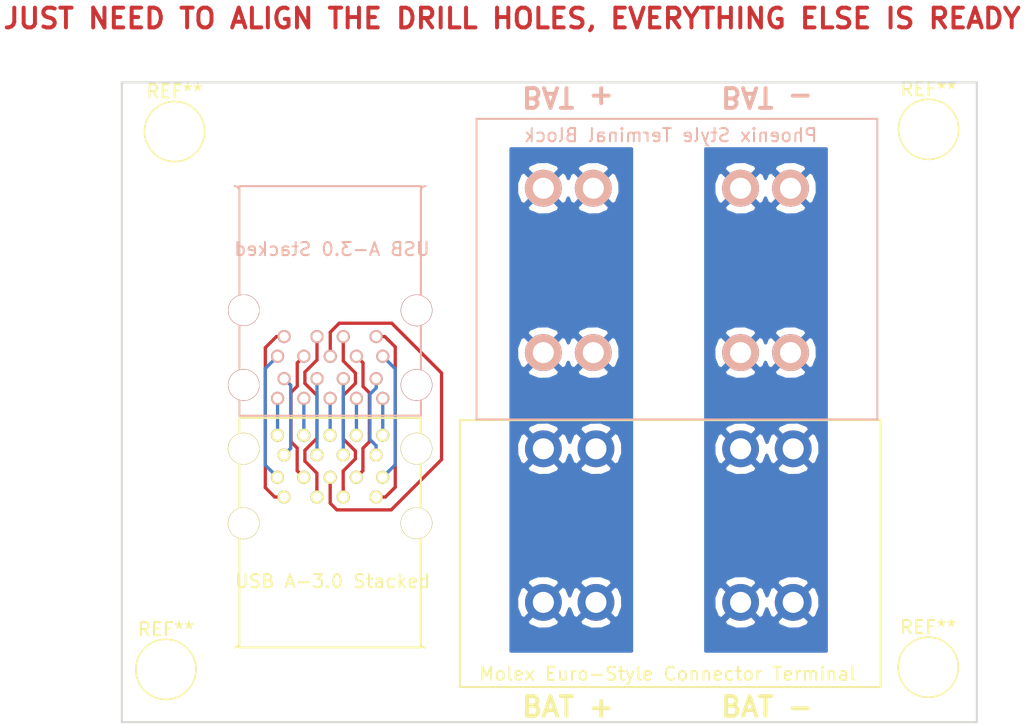
<source format=kicad_pcb>
(kicad_pcb (version 4) (host pcbnew 4.0.7)

  (general
    (links 32)
    (no_connects 0)
    (area 112.911339 97.5643 178.110741 146.86152)
    (thickness 1.6)
    (drawings 10)
    (tracks 86)
    (zones 0)
    (modules 8)
    (nets 21)
  )

  (page A4)
  (layers
    (0 F.Cu signal)
    (31 B.Cu signal)
    (32 B.Adhes user)
    (33 F.Adhes user)
    (34 B.Paste user)
    (35 F.Paste user)
    (36 B.SilkS user)
    (37 F.SilkS user)
    (38 B.Mask user)
    (39 F.Mask user)
    (40 Dwgs.User user)
    (41 Cmts.User user)
    (42 Eco1.User user)
    (43 Eco2.User user)
    (44 Edge.Cuts user)
    (45 Margin user)
    (46 B.CrtYd user)
    (47 F.CrtYd user)
    (48 B.Fab user)
    (49 F.Fab user)
  )

  (setup
    (last_trace_width 0.25)
    (trace_clearance 0.2)
    (zone_clearance 0.508)
    (zone_45_only no)
    (trace_min 0.2)
    (segment_width 0.2)
    (edge_width 0.15)
    (via_size 0.6)
    (via_drill 0.4)
    (via_min_size 0.4)
    (via_min_drill 0.3)
    (uvia_size 0.3)
    (uvia_drill 0.1)
    (uvias_allowed no)
    (uvia_min_size 0.2)
    (uvia_min_drill 0.1)
    (pcb_text_width 0.3)
    (pcb_text_size 1.5 1.5)
    (mod_edge_width 0.15)
    (mod_text_size 1 1)
    (mod_text_width 0.15)
    (pad_size 3.2 3.2)
    (pad_drill 3.2)
    (pad_to_mask_clearance 0.2)
    (aux_axis_origin 0 0)
    (grid_origin 135.40184 115.3668)
    (visible_elements 7FFFFFFF)
    (pcbplotparams
      (layerselection 0x00030_80000001)
      (usegerberextensions false)
      (excludeedgelayer true)
      (linewidth 0.100000)
      (plotframeref false)
      (viasonmask false)
      (mode 1)
      (useauxorigin false)
      (hpglpennumber 1)
      (hpglpenspeed 20)
      (hpglpendiameter 15)
      (hpglpenoverlay 2)
      (psnegative false)
      (psa4output false)
      (plotreference true)
      (plotvalue true)
      (plotinvisibletext false)
      (padsonsilk false)
      (subtractmaskfromsilk false)
      (outputformat 1)
      (mirror false)
      (drillshape 1)
      (scaleselection 1)
      (outputdirectory ""))
  )

  (net 0 "")
  (net 1 "Net-(J1-Pad4)")
  (net 2 "Net-(J1-Pad1)")
  (net 3 "Net-(J1-Pad2)")
  (net 4 "Net-(J1-Pad3)")
  (net 5 "Net-(J1-Pad5)")
  (net 6 "Net-(J1-Pad6)")
  (net 7 "Net-(J1-Pad7)")
  (net 8 "Net-(J1-Pad8)")
  (net 9 "Net-(J1-Pad9)")
  (net 10 "Net-(J1-Pad10)")
  (net 11 "Net-(J1-Pad11)")
  (net 12 "Net-(J1-Pad12)")
  (net 13 "Net-(J1-Pad13)")
  (net 14 "Net-(J1-Pad14)")
  (net 15 "Net-(J1-Pad15)")
  (net 16 "Net-(J1-Pad16)")
  (net 17 "Net-(J1-Pad17)")
  (net 18 "Net-(J1-Pad18)")
  (net 19 "Net-(U1-Pad1)")
  (net 20 "Net-(U1-Pad2)")

  (net_class Default "This is the default net class."
    (clearance 0.2)
    (trace_width 0.25)
    (via_dia 0.6)
    (via_drill 0.4)
    (uvia_dia 0.3)
    (uvia_drill 0.1)
    (add_net "Net-(J1-Pad1)")
    (add_net "Net-(J1-Pad10)")
    (add_net "Net-(J1-Pad11)")
    (add_net "Net-(J1-Pad12)")
    (add_net "Net-(J1-Pad13)")
    (add_net "Net-(J1-Pad14)")
    (add_net "Net-(J1-Pad15)")
    (add_net "Net-(J1-Pad16)")
    (add_net "Net-(J1-Pad17)")
    (add_net "Net-(J1-Pad18)")
    (add_net "Net-(J1-Pad2)")
    (add_net "Net-(J1-Pad3)")
    (add_net "Net-(J1-Pad4)")
    (add_net "Net-(J1-Pad5)")
    (add_net "Net-(J1-Pad6)")
    (add_net "Net-(J1-Pad7)")
    (add_net "Net-(J1-Pad8)")
    (add_net "Net-(J1-Pad9)")
    (add_net "Net-(U1-Pad1)")
    (add_net "Net-(U1-Pad2)")
  )

  (module Connectors:1pin (layer F.Cu) (tedit 5AB6B459) (tstamp 5AB6B399)
    (at 116.99954 101.7524)
    (descr "module 1 pin (ou trou mecanique de percage)")
    (tags DEV)
    (fp_text reference REF** (at 0 -3.048) (layer F.SilkS)
      (effects (font (size 1 1) (thickness 0.15)))
    )
    (fp_text value 1pin (at 0 3) (layer F.Fab)
      (effects (font (size 1 1) (thickness 0.15)))
    )
    (fp_circle (center 0 0) (end 2 0.8) (layer F.Fab) (width 0.1))
    (fp_circle (center 0 0) (end 2.6 0) (layer F.CrtYd) (width 0.05))
    (fp_circle (center 0 0) (end 0 -2.286) (layer F.SilkS) (width 0.12))
    (pad "" np_thru_hole circle (at 0 0) (size 3.2 3.2) (drill 3.2) (layers *.Cu *.Mask))
  )

  (module Connectors:1pin (layer F.Cu) (tedit 5AB6A97C) (tstamp 5AB6B392)
    (at 116.33914 142.6591)
    (descr "module 1 pin (ou trou mecanique de percage)")
    (tags DEV)
    (fp_text reference REF** (at 0 -3.048) (layer F.SilkS)
      (effects (font (size 1 1) (thickness 0.15)))
    )
    (fp_text value 1pin (at 0 3) (layer F.Fab)
      (effects (font (size 1 1) (thickness 0.15)))
    )
    (fp_circle (center 0 0) (end 2 0.8) (layer F.Fab) (width 0.1))
    (fp_circle (center 0 0) (end 2.6 0) (layer F.CrtYd) (width 0.05))
    (fp_circle (center 0 0) (end 0 -2.286) (layer F.SilkS) (width 0.12))
    (pad "" np_thru_hole circle (at 0 0) (size 3.2 3.2) (drill 3.2) (layers *.Cu *.Mask))
  )

  (module Connectors:1pin (layer F.Cu) (tedit 5AB6A97C) (tstamp 5AB6B382)
    (at 174.31464 142.494)
    (descr "module 1 pin (ou trou mecanique de percage)")
    (tags DEV)
    (fp_text reference REF** (at 0 -3.048) (layer F.SilkS)
      (effects (font (size 1 1) (thickness 0.15)))
    )
    (fp_text value 1pin (at 0 3) (layer F.Fab)
      (effects (font (size 1 1) (thickness 0.15)))
    )
    (fp_circle (center 0 0) (end 2 0.8) (layer F.Fab) (width 0.1))
    (fp_circle (center 0 0) (end 2.6 0) (layer F.CrtYd) (width 0.05))
    (fp_circle (center 0 0) (end 0 -2.286) (layer F.SilkS) (width 0.12))
    (pad "" np_thru_hole circle (at 0 0) (size 3.2 3.2) (drill 3.2) (layers *.Cu *.Mask))
  )

  (module USST-footprints:USB-A_3.0_Stacked_WM10420-ND (layer F.Cu) (tedit 5AB6A1D7) (tstamp 5AB2F969)
    (at 128.25428 127.0508 90)
    (path /5AB2F73F)
    (fp_text reference "USB A-3.0 Stacked" (at -8.90524 0.762 180) (layer F.SilkS)
      (effects (font (size 1 1) (thickness 0.15)))
    )
    (fp_text value Conn_02x09_Odd_Even (at -15.06 -0.5 180) (layer F.Fab)
      (effects (font (size 1 1) (thickness 0.15)))
    )
    (fp_arc (start -13.59 -6.68) (end -13.6 -6.33) (angle 90) (layer F.SilkS) (width 0.15))
    (fp_arc (start -13.6 7.81) (end -13.94 7.82) (angle 90) (layer F.SilkS) (width 0.15))
    (fp_line (start 3.51 7.47) (end 3.52 -6.33) (layer F.SilkS) (width 0.15))
    (fp_line (start 3.52 -6.33) (end -13.94 -6.33) (layer F.SilkS) (width 0.15))
    (fp_line (start -13.94 -6.33) (end -13.94 7.47) (layer F.SilkS) (width 0.15))
    (fp_line (start -13.94 7.47) (end 3.52 7.47) (layer F.SilkS) (width 0.15))
    (pad "" thru_hole circle (at -4.5 -6 90) (size 2.4 2.4) (drill 2.3) (layers *.Cu *.Mask F.SilkS))
    (pad "" thru_hole circle (at 1.18 -6 90) (size 2.4 2.4) (drill 2.3) (layers *.Cu *.Mask F.SilkS))
    (pad "" thru_hole circle (at 1.18 7.14 90) (size 2.4 2.4) (drill 2.3) (layers *.Cu *.Mask F.SilkS))
    (pad "" thru_hole circle (at -4.49 7.14 90) (size 2.4 2.4) (drill 2.3) (layers *.Cu *.Mask F.SilkS))
    (pad 4 thru_hole circle (at -2.5 4.07 90) (size 1 1) (drill 0.7) (layers *.Cu *.Mask F.SilkS)
      (net 1 "Net-(J1-Pad4)"))
    (pad 1 thru_hole circle (at -2.5 -2.93 90) (size 1 1) (drill 0.7) (layers *.Cu *.Mask F.SilkS)
      (net 2 "Net-(J1-Pad1)"))
    (pad 2 thru_hole circle (at -2.5 -0.43 90) (size 1 1) (drill 0.7) (layers *.Cu *.Mask F.SilkS)
      (net 3 "Net-(J1-Pad2)"))
    (pad 3 thru_hole circle (at -2.5 1.57 90) (size 1 1) (drill 0.7) (layers *.Cu *.Mask F.SilkS)
      (net 4 "Net-(J1-Pad3)"))
    (pad 5 thru_hole circle (at -1 4.57 90) (size 1 1) (drill 0.7) (layers *.Cu *.Mask F.SilkS)
      (net 5 "Net-(J1-Pad5)"))
    (pad 6 thru_hole circle (at -1 2.57 90) (size 1 1) (drill 0.7) (layers *.Cu *.Mask F.SilkS)
      (net 6 "Net-(J1-Pad6)"))
    (pad 7 thru_hole circle (at -1 0.58 90) (size 1 1) (drill 0.7) (layers *.Cu *.Mask F.SilkS)
      (net 7 "Net-(J1-Pad7)"))
    (pad 8 thru_hole circle (at -1 -1.43 90) (size 1 1) (drill 0.7) (layers *.Cu *.Mask F.SilkS)
      (net 8 "Net-(J1-Pad8)"))
    (pad 9 thru_hole circle (at -1 -3.43 90) (size 1 1) (drill 0.7) (layers *.Cu *.Mask F.SilkS)
      (net 9 "Net-(J1-Pad9)"))
    (pad 10 thru_hole circle (at 0.7 -2.93 90) (size 1 1) (drill 0.7) (layers *.Cu *.Mask F.SilkS)
      (net 10 "Net-(J1-Pad10)"))
    (pad 11 thru_hole circle (at 0.7 -0.43 90) (size 1 1) (drill 0.7) (layers *.Cu *.Mask F.SilkS)
      (net 11 "Net-(J1-Pad11)"))
    (pad 12 thru_hole circle (at 0.7 1.57 90) (size 1 1) (drill 0.7) (layers *.Cu *.Mask F.SilkS)
      (net 12 "Net-(J1-Pad12)"))
    (pad 13 thru_hole circle (at 0.7 4.07 90) (size 1 1) (drill 0.7) (layers *.Cu *.Mask F.SilkS)
      (net 13 "Net-(J1-Pad13)"))
    (pad 14 thru_hole circle (at 2.2 4.57 90) (size 1 1) (drill 0.7) (layers *.Cu *.Mask F.SilkS)
      (net 14 "Net-(J1-Pad14)"))
    (pad 15 thru_hole circle (at 2.2 2.57 90) (size 1 1) (drill 0.7) (layers *.Cu *.Mask F.SilkS)
      (net 15 "Net-(J1-Pad15)"))
    (pad 16 thru_hole circle (at 2.2 0.57 90) (size 1 1) (drill 0.7) (layers *.Cu *.Mask F.SilkS)
      (net 16 "Net-(J1-Pad16)"))
    (pad 17 thru_hole circle (at 2.2 -1.43 90) (size 1 1) (drill 0.7) (layers *.Cu *.Mask F.SilkS)
      (net 17 "Net-(J1-Pad17)"))
    (pad 18 thru_hole circle (at 2.2 -3.43 90) (size 1 1) (drill 0.7) (layers *.Cu *.Mask F.SilkS)
      (net 18 "Net-(J1-Pad18)"))
  )

  (module USST-footprints:USB-A_3.0_Stacked_WM10420-ND (layer B.Cu) (tedit 5AB6A204) (tstamp 5AB2F983)
    (at 128.26136 119.847 270)
    (path /5AB2F797)
    (fp_text reference "USB A-3.0 Stacked" (at -9.14872 -0.7092 360) (layer B.SilkS)
      (effects (font (size 1 1) (thickness 0.15)) (justify mirror))
    )
    (fp_text value Conn_02x09_Odd_Even (at -15.06 0.5 540) (layer B.Fab)
      (effects (font (size 1 1) (thickness 0.15)) (justify mirror))
    )
    (fp_arc (start -13.59 6.68) (end -13.6 6.33) (angle -90) (layer B.SilkS) (width 0.15))
    (fp_arc (start -13.6 -7.81) (end -13.94 -7.82) (angle -90) (layer B.SilkS) (width 0.15))
    (fp_line (start 3.51 -7.47) (end 3.52 6.33) (layer B.SilkS) (width 0.15))
    (fp_line (start 3.52 6.33) (end -13.94 6.33) (layer B.SilkS) (width 0.15))
    (fp_line (start -13.94 6.33) (end -13.94 -7.47) (layer B.SilkS) (width 0.15))
    (fp_line (start -13.94 -7.47) (end 3.52 -7.47) (layer B.SilkS) (width 0.15))
    (pad "" thru_hole circle (at -4.5 6 270) (size 2.4 2.4) (drill 2.3) (layers *.Cu *.Mask B.SilkS))
    (pad "" thru_hole circle (at 1.18 6 270) (size 2.4 2.4) (drill 2.3) (layers *.Cu *.Mask B.SilkS))
    (pad "" thru_hole circle (at 1.18 -7.14 270) (size 2.4 2.4) (drill 2.3) (layers *.Cu *.Mask B.SilkS))
    (pad "" thru_hole circle (at -4.49 -7.14 270) (size 2.4 2.4) (drill 2.3) (layers *.Cu *.Mask B.SilkS))
    (pad 4 thru_hole circle (at -2.5 -4.07 270) (size 1 1) (drill 0.7) (layers *.Cu *.Mask B.SilkS)
      (net 1 "Net-(J1-Pad4)"))
    (pad 1 thru_hole circle (at -2.5 2.93 270) (size 1 1) (drill 0.7) (layers *.Cu *.Mask B.SilkS)
      (net 2 "Net-(J1-Pad1)"))
    (pad 2 thru_hole circle (at -2.5 0.43 270) (size 1 1) (drill 0.7) (layers *.Cu *.Mask B.SilkS)
      (net 3 "Net-(J1-Pad2)"))
    (pad 3 thru_hole circle (at -2.5 -1.57 270) (size 1 1) (drill 0.7) (layers *.Cu *.Mask B.SilkS)
      (net 4 "Net-(J1-Pad3)"))
    (pad 5 thru_hole circle (at -1 -4.57 270) (size 1 1) (drill 0.7) (layers *.Cu *.Mask B.SilkS)
      (net 5 "Net-(J1-Pad5)"))
    (pad 6 thru_hole circle (at -1 -2.57 270) (size 1 1) (drill 0.7) (layers *.Cu *.Mask B.SilkS)
      (net 6 "Net-(J1-Pad6)"))
    (pad 7 thru_hole circle (at -1 -0.58 270) (size 1 1) (drill 0.7) (layers *.Cu *.Mask B.SilkS)
      (net 7 "Net-(J1-Pad7)"))
    (pad 8 thru_hole circle (at -1 1.43 270) (size 1 1) (drill 0.7) (layers *.Cu *.Mask B.SilkS)
      (net 8 "Net-(J1-Pad8)"))
    (pad 9 thru_hole circle (at -1 3.43 270) (size 1 1) (drill 0.7) (layers *.Cu *.Mask B.SilkS)
      (net 9 "Net-(J1-Pad9)"))
    (pad 10 thru_hole circle (at 0.7 2.93 270) (size 1 1) (drill 0.7) (layers *.Cu *.Mask B.SilkS)
      (net 10 "Net-(J1-Pad10)"))
    (pad 11 thru_hole circle (at 0.7 0.43 270) (size 1 1) (drill 0.7) (layers *.Cu *.Mask B.SilkS)
      (net 11 "Net-(J1-Pad11)"))
    (pad 12 thru_hole circle (at 0.7 -1.57 270) (size 1 1) (drill 0.7) (layers *.Cu *.Mask B.SilkS)
      (net 12 "Net-(J1-Pad12)"))
    (pad 13 thru_hole circle (at 0.7 -4.07 270) (size 1 1) (drill 0.7) (layers *.Cu *.Mask B.SilkS)
      (net 13 "Net-(J1-Pad13)"))
    (pad 14 thru_hole circle (at 2.2 -4.57 270) (size 1 1) (drill 0.7) (layers *.Cu *.Mask B.SilkS)
      (net 14 "Net-(J1-Pad14)"))
    (pad 15 thru_hole circle (at 2.2 -2.57 270) (size 1 1) (drill 0.7) (layers *.Cu *.Mask B.SilkS)
      (net 15 "Net-(J1-Pad15)"))
    (pad 16 thru_hole circle (at 2.2 -0.57 270) (size 1 1) (drill 0.7) (layers *.Cu *.Mask B.SilkS)
      (net 16 "Net-(J1-Pad16)"))
    (pad 17 thru_hole circle (at 2.2 1.43 270) (size 1 1) (drill 0.7) (layers *.Cu *.Mask B.SilkS)
      (net 17 "Net-(J1-Pad17)"))
    (pad 18 thru_hole circle (at 2.2 3.43 270) (size 1 1) (drill 0.7) (layers *.Cu *.Mask B.SilkS)
      (net 18 "Net-(J1-Pad18)"))
  )

  (module USST-footprints:MolexEuroStyleTerminalBlock2Position (layer F.Cu) (tedit 5AB6A23D) (tstamp 5AB2FEE0)
    (at 154.6972 144.0024)
    (path /5AB2F96E)
    (fp_text reference "Molex Euro-Style Connector Terminal" (at -0.18948 -1.00548) (layer F.SilkS)
      (effects (font (size 1 1) (thickness 0.15)))
    )
    (fp_text value PowerConnector (at -0.30124 -11.67856) (layer F.Fab)
      (effects (font (size 1 1) (thickness 0.15)))
    )
    (fp_line (start 16 0) (end 16 -20.3) (layer F.SilkS) (width 0.15))
    (fp_line (start 16 -20.3) (end -16 -20.3) (layer F.SilkS) (width 0.15))
    (fp_line (start -16 0) (end -16 -20.3) (layer F.SilkS) (width 0.15))
    (fp_line (start 16 0) (end -16 0) (layer F.SilkS) (width 0.15))
    (pad 1 thru_hole circle (at -9.65 -6.44) (size 2.8 2.8) (drill 1.6) (layers *.Cu *.Mask)
      (net 19 "Net-(U1-Pad1)"))
    (pad 1 thru_hole circle (at -5.65 -6.44) (size 2.8 2.8) (drill 1.6) (layers *.Cu *.Mask)
      (net 19 "Net-(U1-Pad1)"))
    (pad 1 thru_hole circle (at -9.65 -18.12) (size 2.8 2.8) (drill 1.6) (layers *.Cu *.Mask)
      (net 19 "Net-(U1-Pad1)"))
    (pad 1 thru_hole circle (at -5.65 -18.12) (size 2.8 2.8) (drill 1.6) (layers *.Cu *.Mask)
      (net 19 "Net-(U1-Pad1)"))
    (pad 2 thru_hole circle (at 5.35 -18.12) (size 2.8 2.8) (drill 1.6) (layers *.Cu *.Mask)
      (net 20 "Net-(U1-Pad2)"))
    (pad 2 thru_hole circle (at 9.35 -18.12) (size 2.8 2.8) (drill 1.6) (layers *.Cu *.Mask)
      (net 20 "Net-(U1-Pad2)"))
    (pad 2 thru_hole circle (at 5.35 -6.44) (size 2.8 2.8) (drill 1.6) (layers *.Cu *.Mask)
      (net 20 "Net-(U1-Pad2)"))
    (pad 2 thru_hole circle (at 9.35 -6.44) (size 2.8 2.8) (drill 1.6) (layers *.Cu *.Mask)
      (net 20 "Net-(U1-Pad2)"))
  )

  (module USST-footprints:Phoenix_Contact_1770539 (layer B.Cu) (tedit 5AB6A242) (tstamp 5AB2FEEC)
    (at 145.044 118.5672)
    (path /5AB2F9A3)
    (fp_text reference "Phoenix Style Terminal Block" (at 9.68724 -16.53032) (layer B.SilkS)
      (effects (font (size 1 1) (thickness 0.15)) (justify mirror))
    )
    (fp_text value PowerConnector (at 9.46372 -6.36016) (layer B.Fab)
      (effects (font (size 1 1) (thickness 0.15)) (justify mirror))
    )
    (fp_line (start -5.08 5.08) (end -3.81 5.08) (layer B.SilkS) (width 0.15))
    (fp_line (start -5.08 -17.78) (end -5.08 5.08) (layer B.SilkS) (width 0.15))
    (fp_line (start 25.4 -17.78) (end -5.08 -17.78) (layer B.SilkS) (width 0.15))
    (fp_line (start 25.4 5.08) (end 25.4 -17.78) (layer B.SilkS) (width 0.15))
    (fp_line (start -3.81 5.08) (end 25.4 5.08) (layer B.SilkS) (width 0.15))
    (pad 1 thru_hole circle (at 0 0) (size 2.8 2.8) (drill 1.6) (layers *.Cu *.Mask B.SilkS)
      (net 19 "Net-(U1-Pad1)"))
    (pad 1 thru_hole circle (at 3.8 0) (size 2.8 2.8) (drill 1.6) (layers *.Cu *.Mask B.SilkS)
      (net 19 "Net-(U1-Pad1)"))
    (pad 1 thru_hole circle (at 0 -12.5) (size 2.8 2.8) (drill 1.6) (layers *.Cu *.Mask B.SilkS)
      (net 19 "Net-(U1-Pad1)"))
    (pad 1 thru_hole circle (at 3.8 -12.5) (size 2.8 2.8) (drill 1.6) (layers *.Cu *.Mask B.SilkS)
      (net 19 "Net-(U1-Pad1)"))
    (pad 2 thru_hole circle (at 15 0) (size 2.8 2.8) (drill 1.6) (layers *.Cu *.Mask B.SilkS)
      (net 20 "Net-(U1-Pad2)"))
    (pad 2 thru_hole circle (at 18.8 0) (size 2.8 2.8) (drill 1.6) (layers *.Cu *.Mask B.SilkS)
      (net 20 "Net-(U1-Pad2)"))
    (pad 2 thru_hole circle (at 15 -12.5) (size 2.8 2.8) (drill 1.6) (layers *.Cu *.Mask B.SilkS)
      (net 20 "Net-(U1-Pad2)"))
    (pad 2 thru_hole circle (at 18.8 -12.5) (size 2.8 2.8) (drill 1.6) (layers *.Cu *.Mask B.SilkS)
      (net 20 "Net-(U1-Pad2)"))
  )

  (module Connectors:1pin (layer F.Cu) (tedit 5AB6A97C) (tstamp 5AB6B341)
    (at 174.34004 101.5873)
    (descr "module 1 pin (ou trou mecanique de percage)")
    (tags DEV)
    (fp_text reference REF** (at 0 -3.048) (layer F.SilkS)
      (effects (font (size 1 1) (thickness 0.15)))
    )
    (fp_text value 1pin (at 0 3) (layer F.Fab)
      (effects (font (size 1 1) (thickness 0.15)))
    )
    (fp_circle (center 0 0) (end 2 0.8) (layer F.Fab) (width 0.1))
    (fp_circle (center 0 0) (end 2.6 0) (layer F.CrtYd) (width 0.05))
    (fp_circle (center 0 0) (end 0 -2.286) (layer F.SilkS) (width 0.12))
    (pad "" np_thru_hole circle (at 0 0) (size 3.2 3.2) (drill 3.2) (layers *.Cu *.Mask))
  )

  (gr_text "JUST NEED TO ALIGN THE DRILL HOLES, EVERYTHING ELSE IS READY" (at 142.66624 93.1545) (layer F.Cu)
    (effects (font (size 1.5 1.5) (thickness 0.3)))
  )
  (gr_line (start 112.98634 98.0186) (end 112.97364 98.0186) (angle 90) (layer Edge.Cuts) (width 0.15))
  (gr_line (start 112.98634 146.6723) (end 112.98634 98.0186) (angle 90) (layer Edge.Cuts) (width 0.15))
  (gr_line (start 178.01034 146.6723) (end 112.98634 146.6723) (angle 90) (layer Edge.Cuts) (width 0.15))
  (gr_line (start 178.01034 98.0186) (end 178.01034 146.6723) (angle 90) (layer Edge.Cuts) (width 0.15))
  (gr_line (start 112.98634 98.0186) (end 178.03574 98.0186) (angle 90) (layer Edge.Cuts) (width 0.15))
  (gr_text "BAT -" (at 162.05152 99.13112 180) (layer B.SilkS)
    (effects (font (size 1.5 1.5) (thickness 0.3)) (justify mirror))
  )
  (gr_text "BAT -" (at 162.05152 145.51152) (layer F.SilkS)
    (effects (font (size 1.5 1.5) (thickness 0.3)))
  )
  (gr_text "BAT +" (at 146.90804 99.13112 180) (layer B.SilkS)
    (effects (font (size 1.5 1.5) (thickness 0.3)) (justify mirror))
  )
  (gr_text "BAT +" (at 146.90804 145.51152) (layer F.SilkS)
    (effects (font (size 1.5 1.5) (thickness 0.3)))
  )

  (segment (start 132.33136 117.347) (end 132.992851 117.347) (width 0.25) (layer F.Cu) (net 1))
  (segment (start 132.992851 117.347) (end 133.78357 118.137719) (width 0.25) (layer F.Cu) (net 1))
  (segment (start 133.78357 118.137719) (end 133.78357 128.798616) (width 0.25) (layer F.Cu) (net 1))
  (segment (start 133.78357 128.798616) (end 133.031386 129.5508) (width 0.25) (layer F.Cu) (net 1))
  (segment (start 133.031386 129.5508) (end 132.32428 129.5508) (width 0.25) (layer F.Cu) (net 1))
  (segment (start 125.33136 117.347) (end 124.745802 117.347) (width 0.25) (layer F.Cu) (net 2))
  (segment (start 124.745802 117.347) (end 123.901795 118.191007) (width 0.25) (layer F.Cu) (net 2))
  (segment (start 123.901795 118.191007) (end 123.901795 128.835421) (width 0.25) (layer F.Cu) (net 2))
  (segment (start 123.901795 128.835421) (end 124.617174 129.5508) (width 0.25) (layer F.Cu) (net 2))
  (segment (start 124.617174 129.5508) (end 125.32428 129.5508) (width 0.25) (layer F.Cu) (net 2))
  (segment (start 127.83136 117.347) (end 127.83136 119.12829) (width 0.25) (layer F.Cu) (net 3))
  (segment (start 127.83136 119.12829) (end 126.910631 120.049019) (width 0.25) (layer F.Cu) (net 3))
  (segment (start 126.910631 120.049019) (end 126.910631 120.905269) (width 0.25) (layer F.Cu) (net 3))
  (segment (start 126.910631 120.905269) (end 127.828027 121.822665) (width 0.25) (layer F.Cu) (net 3))
  (segment (start 127.828027 121.822665) (end 127.828027 125.080919) (width 0.25) (layer F.Cu) (net 3))
  (segment (start 127.828027 125.080919) (end 126.911103 125.997843) (width 0.25) (layer F.Cu) (net 3))
  (segment (start 126.911103 126.82043) (end 127.82428 127.733607) (width 0.25) (layer F.Cu) (net 3))
  (segment (start 126.911103 125.997843) (end 126.911103 126.82043) (width 0.25) (layer F.Cu) (net 3))
  (segment (start 127.82428 127.733607) (end 127.82428 128.843694) (width 0.25) (layer F.Cu) (net 3))
  (segment (start 127.82428 128.843694) (end 127.82428 129.5508) (width 0.25) (layer F.Cu) (net 3))
  (segment (start 130.754486 120.125821) (end 130.754486 120.902872) (width 0.25) (layer F.Cu) (net 4))
  (segment (start 129.83136 117.347) (end 129.83136 119.202695) (width 0.25) (layer F.Cu) (net 4))
  (segment (start 130.754486 120.902872) (end 129.835282 121.822076) (width 0.25) (layer F.Cu) (net 4))
  (segment (start 129.83136 119.202695) (end 130.754486 120.125821) (width 0.25) (layer F.Cu) (net 4))
  (segment (start 129.835282 121.822076) (end 129.835282 125.1408) (width 0.25) (layer F.Cu) (net 4))
  (segment (start 129.82428 127.571802) (end 129.82428 128.843694) (width 0.25) (layer F.Cu) (net 4))
  (segment (start 129.835282 125.1408) (end 130.752801 126.058319) (width 0.25) (layer F.Cu) (net 4))
  (segment (start 130.752801 126.058319) (end 130.752801 126.643281) (width 0.25) (layer F.Cu) (net 4))
  (segment (start 130.752801 126.643281) (end 129.82428 127.571802) (width 0.25) (layer F.Cu) (net 4))
  (segment (start 129.82428 128.843694) (end 129.82428 129.5508) (width 0.25) (layer F.Cu) (net 4))
  (segment (start 132.83136 118.847) (end 133.776648 119.792288) (width 0.25) (layer B.Cu) (net 5))
  (segment (start 133.776648 119.792288) (end 133.776648 127.098432) (width 0.25) (layer B.Cu) (net 5))
  (segment (start 133.776648 127.098432) (end 133.324279 127.550801) (width 0.25) (layer B.Cu) (net 5))
  (segment (start 133.324279 127.550801) (end 132.82428 128.0508) (width 0.25) (layer B.Cu) (net 5))
  (segment (start 130.83136 118.847) (end 131.331359 119.346999) (width 0.25) (layer F.Cu) (net 6))
  (segment (start 131.331359 119.346999) (end 131.331359 121.138585) (width 0.25) (layer F.Cu) (net 6))
  (segment (start 131.331359 121.138585) (end 131.815493 121.622719) (width 0.25) (layer F.Cu) (net 6))
  (segment (start 131.815493 121.622719) (end 131.815493 125.348668) (width 0.25) (layer F.Cu) (net 6))
  (segment (start 131.815493 125.348668) (end 131.324279 125.839882) (width 0.25) (layer F.Cu) (net 6))
  (segment (start 131.324279 125.839882) (end 131.324279 127.547303) (width 0.25) (layer F.Cu) (net 6))
  (segment (start 131.324279 127.547303) (end 130.82428 128.047302) (width 0.25) (layer F.Cu) (net 6))
  (segment (start 130.82428 128.047302) (end 130.82428 128.0508) (width 0.25) (layer F.Cu) (net 6))
  (segment (start 128.84136 118.847) (end 128.84136 117.013591) (width 0.25) (layer F.Cu) (net 7))
  (segment (start 128.84136 117.013591) (end 129.522086 116.332865) (width 0.25) (layer F.Cu) (net 7))
  (segment (start 129.522086 116.332865) (end 133.516488 116.332865) (width 0.25) (layer F.Cu) (net 7))
  (segment (start 133.516488 116.332865) (end 137.303568 120.119945) (width 0.25) (layer F.Cu) (net 7))
  (segment (start 137.303568 120.119945) (end 137.303568 126.698961) (width 0.25) (layer F.Cu) (net 7))
  (segment (start 137.303568 126.698961) (end 133.475024 130.527505) (width 0.25) (layer F.Cu) (net 7))
  (segment (start 129.342407 130.527505) (end 128.83428 130.019378) (width 0.25) (layer F.Cu) (net 7))
  (segment (start 133.475024 130.527505) (end 129.342407 130.527505) (width 0.25) (layer F.Cu) (net 7))
  (segment (start 128.83428 130.019378) (end 128.83428 128.757906) (width 0.25) (layer F.Cu) (net 7))
  (segment (start 128.83428 128.757906) (end 128.83428 128.0508) (width 0.25) (layer F.Cu) (net 7))
  (segment (start 126.83136 118.847) (end 126.331361 119.346999) (width 0.25) (layer F.Cu) (net 8))
  (segment (start 126.331361 119.346999) (end 126.331361 121.117394) (width 0.25) (layer F.Cu) (net 8))
  (segment (start 126.331361 121.117394) (end 125.857303 121.591452) (width 0.25) (layer F.Cu) (net 8))
  (segment (start 125.857303 121.591452) (end 125.857303 125.354986) (width 0.25) (layer F.Cu) (net 8))
  (segment (start 125.857303 125.354986) (end 126.324281 125.821964) (width 0.25) (layer F.Cu) (net 8))
  (segment (start 126.324281 125.821964) (end 126.324281 127.550801) (width 0.25) (layer F.Cu) (net 8))
  (segment (start 126.324281 127.550801) (end 126.82428 128.0508) (width 0.25) (layer F.Cu) (net 8))
  (segment (start 124.83136 118.847) (end 123.894872 119.783488) (width 0.25) (layer B.Cu) (net 9))
  (segment (start 123.894872 119.783488) (end 123.894872 127.121392) (width 0.25) (layer B.Cu) (net 9))
  (segment (start 123.894872 127.121392) (end 124.324281 127.550801) (width 0.25) (layer B.Cu) (net 9))
  (segment (start 124.324281 127.550801) (end 124.82428 128.0508) (width 0.25) (layer B.Cu) (net 9))
  (segment (start 125.33136 120.547) (end 125.831359 121.046999) (width 0.25) (layer B.Cu) (net 10))
  (segment (start 125.831359 121.046999) (end 125.831359 125.843721) (width 0.25) (layer B.Cu) (net 10))
  (segment (start 125.831359 125.843721) (end 125.824279 125.850801) (width 0.25) (layer B.Cu) (net 10))
  (segment (start 125.824279 125.850801) (end 125.32428 126.3508) (width 0.25) (layer B.Cu) (net 10))
  (segment (start 127.83136 120.547) (end 127.83136 126.34372) (width 0.25) (layer B.Cu) (net 11))
  (segment (start 127.83136 126.34372) (end 127.82428 126.3508) (width 0.25) (layer B.Cu) (net 11))
  (segment (start 129.83136 120.547) (end 129.83136 126.34372) (width 0.25) (layer B.Cu) (net 12))
  (segment (start 129.83136 126.34372) (end 129.82428 126.3508) (width 0.25) (layer B.Cu) (net 12))
  (segment (start 132.33136 120.547) (end 132.33136 121.254106) (width 0.25) (layer B.Cu) (net 13))
  (segment (start 132.33136 121.254106) (end 131.85551 121.729956) (width 0.25) (layer B.Cu) (net 13))
  (segment (start 131.85551 121.729956) (end 131.85551 125.174924) (width 0.25) (layer B.Cu) (net 13))
  (segment (start 131.85551 125.174924) (end 132.32428 125.643694) (width 0.25) (layer B.Cu) (net 13))
  (segment (start 132.32428 125.643694) (end 132.32428 126.3508) (width 0.25) (layer B.Cu) (net 13))
  (segment (start 132.83136 122.047) (end 132.83136 124.84372) (width 0.25) (layer B.Cu) (net 14))
  (segment (start 132.83136 124.84372) (end 132.82428 124.8508) (width 0.25) (layer B.Cu) (net 14))
  (segment (start 130.83136 122.047) (end 130.83136 124.84372) (width 0.25) (layer B.Cu) (net 15))
  (segment (start 130.83136 124.84372) (end 130.82428 124.8508) (width 0.25) (layer B.Cu) (net 15))
  (segment (start 128.83136 122.047) (end 128.83136 124.84372) (width 0.25) (layer B.Cu) (net 16))
  (segment (start 128.83136 124.84372) (end 128.82428 124.8508) (width 0.25) (layer B.Cu) (net 16))
  (segment (start 126.83136 122.047) (end 126.83136 124.84372) (width 0.25) (layer B.Cu) (net 17))
  (segment (start 126.83136 124.84372) (end 126.82428 124.8508) (width 0.25) (layer B.Cu) (net 17))
  (segment (start 124.83136 122.047) (end 124.83136 124.84372) (width 0.25) (layer B.Cu) (net 18))
  (segment (start 124.83136 124.84372) (end 124.82428 124.8508) (width 0.25) (layer B.Cu) (net 18))

  (zone (net 19) (net_name "Net-(U1-Pad1)") (layer B.Cu) (tstamp 5AB305E8) (hatch edge 0.508)
    (connect_pads (clearance 0.508))
    (min_thickness 0.254)
    (fill yes (arc_segments 16) (thermal_gap 0.508) (thermal_bridge_width 0.508))
    (polygon
      (pts
        (xy 151.87628 141.39164) (xy 142.46304 141.39164) (xy 142.46304 102.9462) (xy 151.87628 102.9462)
      )
    )
    (filled_polygon
      (pts
        (xy 151.74928 141.26464) (xy 142.59004 141.26464) (xy 142.59004 139.004124) (xy 143.785082 139.004124) (xy 143.932655 139.312506)
        (xy 144.687231 139.605805) (xy 145.496609 139.588014) (xy 146.161745 139.312506) (xy 146.309318 139.004124) (xy 147.785082 139.004124)
        (xy 147.932655 139.312506) (xy 148.687231 139.605805) (xy 149.496609 139.588014) (xy 150.161745 139.312506) (xy 150.309318 139.004124)
        (xy 149.0472 137.742005) (xy 147.785082 139.004124) (xy 146.309318 139.004124) (xy 145.0472 137.742005) (xy 143.785082 139.004124)
        (xy 142.59004 139.004124) (xy 142.59004 137.202431) (xy 143.003795 137.202431) (xy 143.021586 138.011809) (xy 143.297094 138.676945)
        (xy 143.605476 138.824518) (xy 144.867595 137.5624) (xy 145.226805 137.5624) (xy 146.488924 138.824518) (xy 146.797306 138.676945)
        (xy 147.039257 138.054472) (xy 147.297094 138.676945) (xy 147.605476 138.824518) (xy 148.867595 137.5624) (xy 149.226805 137.5624)
        (xy 150.488924 138.824518) (xy 150.797306 138.676945) (xy 151.090605 137.922369) (xy 151.072814 137.112991) (xy 150.797306 136.447855)
        (xy 150.488924 136.300282) (xy 149.226805 137.5624) (xy 148.867595 137.5624) (xy 147.605476 136.300282) (xy 147.297094 136.447855)
        (xy 147.055143 137.070328) (xy 146.797306 136.447855) (xy 146.488924 136.300282) (xy 145.226805 137.5624) (xy 144.867595 137.5624)
        (xy 143.605476 136.300282) (xy 143.297094 136.447855) (xy 143.003795 137.202431) (xy 142.59004 137.202431) (xy 142.59004 136.120676)
        (xy 143.785082 136.120676) (xy 145.0472 137.382795) (xy 146.309318 136.120676) (xy 147.785082 136.120676) (xy 149.0472 137.382795)
        (xy 150.309318 136.120676) (xy 150.161745 135.812294) (xy 149.407169 135.518995) (xy 148.597791 135.536786) (xy 147.932655 135.812294)
        (xy 147.785082 136.120676) (xy 146.309318 136.120676) (xy 146.161745 135.812294) (xy 145.407169 135.518995) (xy 144.597791 135.536786)
        (xy 143.932655 135.812294) (xy 143.785082 136.120676) (xy 142.59004 136.120676) (xy 142.59004 127.324124) (xy 143.785082 127.324124)
        (xy 143.932655 127.632506) (xy 144.687231 127.925805) (xy 145.496609 127.908014) (xy 146.161745 127.632506) (xy 146.309318 127.324124)
        (xy 147.785082 127.324124) (xy 147.932655 127.632506) (xy 148.687231 127.925805) (xy 149.496609 127.908014) (xy 150.161745 127.632506)
        (xy 150.309318 127.324124) (xy 149.0472 126.062005) (xy 147.785082 127.324124) (xy 146.309318 127.324124) (xy 145.0472 126.062005)
        (xy 143.785082 127.324124) (xy 142.59004 127.324124) (xy 142.59004 125.522431) (xy 143.003795 125.522431) (xy 143.021586 126.331809)
        (xy 143.297094 126.996945) (xy 143.605476 127.144518) (xy 144.867595 125.8824) (xy 145.226805 125.8824) (xy 146.488924 127.144518)
        (xy 146.797306 126.996945) (xy 147.039257 126.374472) (xy 147.297094 126.996945) (xy 147.605476 127.144518) (xy 148.867595 125.8824)
        (xy 149.226805 125.8824) (xy 150.488924 127.144518) (xy 150.797306 126.996945) (xy 151.090605 126.242369) (xy 151.072814 125.432991)
        (xy 150.797306 124.767855) (xy 150.488924 124.620282) (xy 149.226805 125.8824) (xy 148.867595 125.8824) (xy 147.605476 124.620282)
        (xy 147.297094 124.767855) (xy 147.055143 125.390328) (xy 146.797306 124.767855) (xy 146.488924 124.620282) (xy 145.226805 125.8824)
        (xy 144.867595 125.8824) (xy 143.605476 124.620282) (xy 143.297094 124.767855) (xy 143.003795 125.522431) (xy 142.59004 125.522431)
        (xy 142.59004 124.440676) (xy 143.785082 124.440676) (xy 145.0472 125.702795) (xy 146.309318 124.440676) (xy 147.785082 124.440676)
        (xy 149.0472 125.702795) (xy 150.309318 124.440676) (xy 150.161745 124.132294) (xy 149.407169 123.838995) (xy 148.597791 123.856786)
        (xy 147.932655 124.132294) (xy 147.785082 124.440676) (xy 146.309318 124.440676) (xy 146.161745 124.132294) (xy 145.407169 123.838995)
        (xy 144.597791 123.856786) (xy 143.932655 124.132294) (xy 143.785082 124.440676) (xy 142.59004 124.440676) (xy 142.59004 120.008924)
        (xy 143.781882 120.008924) (xy 143.929455 120.317306) (xy 144.684031 120.610605) (xy 145.493409 120.592814) (xy 146.158545 120.317306)
        (xy 146.306118 120.008924) (xy 147.581882 120.008924) (xy 147.729455 120.317306) (xy 148.484031 120.610605) (xy 149.293409 120.592814)
        (xy 149.958545 120.317306) (xy 150.106118 120.008924) (xy 148.844 118.746805) (xy 147.581882 120.008924) (xy 146.306118 120.008924)
        (xy 145.044 118.746805) (xy 143.781882 120.008924) (xy 142.59004 120.008924) (xy 142.59004 118.207231) (xy 143.000595 118.207231)
        (xy 143.018386 119.016609) (xy 143.293894 119.681745) (xy 143.602276 119.829318) (xy 144.864395 118.5672) (xy 145.223605 118.5672)
        (xy 146.485724 119.829318) (xy 146.794106 119.681745) (xy 146.939236 119.308367) (xy 147.093894 119.681745) (xy 147.402276 119.829318)
        (xy 148.664395 118.5672) (xy 149.023605 118.5672) (xy 150.285724 119.829318) (xy 150.594106 119.681745) (xy 150.887405 118.927169)
        (xy 150.869614 118.117791) (xy 150.594106 117.452655) (xy 150.285724 117.305082) (xy 149.023605 118.5672) (xy 148.664395 118.5672)
        (xy 147.402276 117.305082) (xy 147.093894 117.452655) (xy 146.948764 117.826033) (xy 146.794106 117.452655) (xy 146.485724 117.305082)
        (xy 145.223605 118.5672) (xy 144.864395 118.5672) (xy 143.602276 117.305082) (xy 143.293894 117.452655) (xy 143.000595 118.207231)
        (xy 142.59004 118.207231) (xy 142.59004 117.125476) (xy 143.781882 117.125476) (xy 145.044 118.387595) (xy 146.306118 117.125476)
        (xy 147.581882 117.125476) (xy 148.844 118.387595) (xy 150.106118 117.125476) (xy 149.958545 116.817094) (xy 149.203969 116.523795)
        (xy 148.394591 116.541586) (xy 147.729455 116.817094) (xy 147.581882 117.125476) (xy 146.306118 117.125476) (xy 146.158545 116.817094)
        (xy 145.403969 116.523795) (xy 144.594591 116.541586) (xy 143.929455 116.817094) (xy 143.781882 117.125476) (xy 142.59004 117.125476)
        (xy 142.59004 107.508924) (xy 143.781882 107.508924) (xy 143.929455 107.817306) (xy 144.684031 108.110605) (xy 145.493409 108.092814)
        (xy 146.158545 107.817306) (xy 146.306118 107.508924) (xy 147.581882 107.508924) (xy 147.729455 107.817306) (xy 148.484031 108.110605)
        (xy 149.293409 108.092814) (xy 149.958545 107.817306) (xy 150.106118 107.508924) (xy 148.844 106.246805) (xy 147.581882 107.508924)
        (xy 146.306118 107.508924) (xy 145.044 106.246805) (xy 143.781882 107.508924) (xy 142.59004 107.508924) (xy 142.59004 105.707231)
        (xy 143.000595 105.707231) (xy 143.018386 106.516609) (xy 143.293894 107.181745) (xy 143.602276 107.329318) (xy 144.864395 106.0672)
        (xy 145.223605 106.0672) (xy 146.485724 107.329318) (xy 146.794106 107.181745) (xy 146.939236 106.808367) (xy 147.093894 107.181745)
        (xy 147.402276 107.329318) (xy 148.664395 106.0672) (xy 149.023605 106.0672) (xy 150.285724 107.329318) (xy 150.594106 107.181745)
        (xy 150.887405 106.427169) (xy 150.869614 105.617791) (xy 150.594106 104.952655) (xy 150.285724 104.805082) (xy 149.023605 106.0672)
        (xy 148.664395 106.0672) (xy 147.402276 104.805082) (xy 147.093894 104.952655) (xy 146.948764 105.326033) (xy 146.794106 104.952655)
        (xy 146.485724 104.805082) (xy 145.223605 106.0672) (xy 144.864395 106.0672) (xy 143.602276 104.805082) (xy 143.293894 104.952655)
        (xy 143.000595 105.707231) (xy 142.59004 105.707231) (xy 142.59004 104.625476) (xy 143.781882 104.625476) (xy 145.044 105.887595)
        (xy 146.306118 104.625476) (xy 147.581882 104.625476) (xy 148.844 105.887595) (xy 150.106118 104.625476) (xy 149.958545 104.317094)
        (xy 149.203969 104.023795) (xy 148.394591 104.041586) (xy 147.729455 104.317094) (xy 147.581882 104.625476) (xy 146.306118 104.625476)
        (xy 146.158545 104.317094) (xy 145.403969 104.023795) (xy 144.594591 104.041586) (xy 143.929455 104.317094) (xy 143.781882 104.625476)
        (xy 142.59004 104.625476) (xy 142.59004 103.0732) (xy 151.74928 103.0732)
      )
    )
  )
  (zone (net 20) (net_name "Net-(U1-Pad2)") (layer B.Cu) (tstamp 5AB30687) (hatch edge 0.508)
    (connect_pads (clearance 0.508))
    (min_thickness 0.254)
    (fill yes (arc_segments 16) (thermal_gap 0.508) (thermal_bridge_width 0.508))
    (polygon
      (pts
        (xy 166.68448 141.39164) (xy 157.27124 141.39164) (xy 157.27124 102.9462) (xy 166.68448 102.9462)
      )
    )
    (filled_polygon
      (pts
        (xy 166.55748 141.26464) (xy 157.39824 141.26464) (xy 157.39824 139.004124) (xy 158.785082 139.004124) (xy 158.932655 139.312506)
        (xy 159.687231 139.605805) (xy 160.496609 139.588014) (xy 161.161745 139.312506) (xy 161.309318 139.004124) (xy 162.785082 139.004124)
        (xy 162.932655 139.312506) (xy 163.687231 139.605805) (xy 164.496609 139.588014) (xy 165.161745 139.312506) (xy 165.309318 139.004124)
        (xy 164.0472 137.742005) (xy 162.785082 139.004124) (xy 161.309318 139.004124) (xy 160.0472 137.742005) (xy 158.785082 139.004124)
        (xy 157.39824 139.004124) (xy 157.39824 137.202431) (xy 158.003795 137.202431) (xy 158.021586 138.011809) (xy 158.297094 138.676945)
        (xy 158.605476 138.824518) (xy 159.867595 137.5624) (xy 160.226805 137.5624) (xy 161.488924 138.824518) (xy 161.797306 138.676945)
        (xy 162.039257 138.054472) (xy 162.297094 138.676945) (xy 162.605476 138.824518) (xy 163.867595 137.5624) (xy 164.226805 137.5624)
        (xy 165.488924 138.824518) (xy 165.797306 138.676945) (xy 166.090605 137.922369) (xy 166.072814 137.112991) (xy 165.797306 136.447855)
        (xy 165.488924 136.300282) (xy 164.226805 137.5624) (xy 163.867595 137.5624) (xy 162.605476 136.300282) (xy 162.297094 136.447855)
        (xy 162.055143 137.070328) (xy 161.797306 136.447855) (xy 161.488924 136.300282) (xy 160.226805 137.5624) (xy 159.867595 137.5624)
        (xy 158.605476 136.300282) (xy 158.297094 136.447855) (xy 158.003795 137.202431) (xy 157.39824 137.202431) (xy 157.39824 136.120676)
        (xy 158.785082 136.120676) (xy 160.0472 137.382795) (xy 161.309318 136.120676) (xy 162.785082 136.120676) (xy 164.0472 137.382795)
        (xy 165.309318 136.120676) (xy 165.161745 135.812294) (xy 164.407169 135.518995) (xy 163.597791 135.536786) (xy 162.932655 135.812294)
        (xy 162.785082 136.120676) (xy 161.309318 136.120676) (xy 161.161745 135.812294) (xy 160.407169 135.518995) (xy 159.597791 135.536786)
        (xy 158.932655 135.812294) (xy 158.785082 136.120676) (xy 157.39824 136.120676) (xy 157.39824 127.324124) (xy 158.785082 127.324124)
        (xy 158.932655 127.632506) (xy 159.687231 127.925805) (xy 160.496609 127.908014) (xy 161.161745 127.632506) (xy 161.309318 127.324124)
        (xy 162.785082 127.324124) (xy 162.932655 127.632506) (xy 163.687231 127.925805) (xy 164.496609 127.908014) (xy 165.161745 127.632506)
        (xy 165.309318 127.324124) (xy 164.0472 126.062005) (xy 162.785082 127.324124) (xy 161.309318 127.324124) (xy 160.0472 126.062005)
        (xy 158.785082 127.324124) (xy 157.39824 127.324124) (xy 157.39824 125.522431) (xy 158.003795 125.522431) (xy 158.021586 126.331809)
        (xy 158.297094 126.996945) (xy 158.605476 127.144518) (xy 159.867595 125.8824) (xy 160.226805 125.8824) (xy 161.488924 127.144518)
        (xy 161.797306 126.996945) (xy 162.039257 126.374472) (xy 162.297094 126.996945) (xy 162.605476 127.144518) (xy 163.867595 125.8824)
        (xy 164.226805 125.8824) (xy 165.488924 127.144518) (xy 165.797306 126.996945) (xy 166.090605 126.242369) (xy 166.072814 125.432991)
        (xy 165.797306 124.767855) (xy 165.488924 124.620282) (xy 164.226805 125.8824) (xy 163.867595 125.8824) (xy 162.605476 124.620282)
        (xy 162.297094 124.767855) (xy 162.055143 125.390328) (xy 161.797306 124.767855) (xy 161.488924 124.620282) (xy 160.226805 125.8824)
        (xy 159.867595 125.8824) (xy 158.605476 124.620282) (xy 158.297094 124.767855) (xy 158.003795 125.522431) (xy 157.39824 125.522431)
        (xy 157.39824 124.440676) (xy 158.785082 124.440676) (xy 160.0472 125.702795) (xy 161.309318 124.440676) (xy 162.785082 124.440676)
        (xy 164.0472 125.702795) (xy 165.309318 124.440676) (xy 165.161745 124.132294) (xy 164.407169 123.838995) (xy 163.597791 123.856786)
        (xy 162.932655 124.132294) (xy 162.785082 124.440676) (xy 161.309318 124.440676) (xy 161.161745 124.132294) (xy 160.407169 123.838995)
        (xy 159.597791 123.856786) (xy 158.932655 124.132294) (xy 158.785082 124.440676) (xy 157.39824 124.440676) (xy 157.39824 120.008924)
        (xy 158.781882 120.008924) (xy 158.929455 120.317306) (xy 159.684031 120.610605) (xy 160.493409 120.592814) (xy 161.158545 120.317306)
        (xy 161.306118 120.008924) (xy 162.581882 120.008924) (xy 162.729455 120.317306) (xy 163.484031 120.610605) (xy 164.293409 120.592814)
        (xy 164.958545 120.317306) (xy 165.106118 120.008924) (xy 163.844 118.746805) (xy 162.581882 120.008924) (xy 161.306118 120.008924)
        (xy 160.044 118.746805) (xy 158.781882 120.008924) (xy 157.39824 120.008924) (xy 157.39824 118.207231) (xy 158.000595 118.207231)
        (xy 158.018386 119.016609) (xy 158.293894 119.681745) (xy 158.602276 119.829318) (xy 159.864395 118.5672) (xy 160.223605 118.5672)
        (xy 161.485724 119.829318) (xy 161.794106 119.681745) (xy 161.939236 119.308367) (xy 162.093894 119.681745) (xy 162.402276 119.829318)
        (xy 163.664395 118.5672) (xy 164.023605 118.5672) (xy 165.285724 119.829318) (xy 165.594106 119.681745) (xy 165.887405 118.927169)
        (xy 165.869614 118.117791) (xy 165.594106 117.452655) (xy 165.285724 117.305082) (xy 164.023605 118.5672) (xy 163.664395 118.5672)
        (xy 162.402276 117.305082) (xy 162.093894 117.452655) (xy 161.948764 117.826033) (xy 161.794106 117.452655) (xy 161.485724 117.305082)
        (xy 160.223605 118.5672) (xy 159.864395 118.5672) (xy 158.602276 117.305082) (xy 158.293894 117.452655) (xy 158.000595 118.207231)
        (xy 157.39824 118.207231) (xy 157.39824 117.125476) (xy 158.781882 117.125476) (xy 160.044 118.387595) (xy 161.306118 117.125476)
        (xy 162.581882 117.125476) (xy 163.844 118.387595) (xy 165.106118 117.125476) (xy 164.958545 116.817094) (xy 164.203969 116.523795)
        (xy 163.394591 116.541586) (xy 162.729455 116.817094) (xy 162.581882 117.125476) (xy 161.306118 117.125476) (xy 161.158545 116.817094)
        (xy 160.403969 116.523795) (xy 159.594591 116.541586) (xy 158.929455 116.817094) (xy 158.781882 117.125476) (xy 157.39824 117.125476)
        (xy 157.39824 107.508924) (xy 158.781882 107.508924) (xy 158.929455 107.817306) (xy 159.684031 108.110605) (xy 160.493409 108.092814)
        (xy 161.158545 107.817306) (xy 161.306118 107.508924) (xy 162.581882 107.508924) (xy 162.729455 107.817306) (xy 163.484031 108.110605)
        (xy 164.293409 108.092814) (xy 164.958545 107.817306) (xy 165.106118 107.508924) (xy 163.844 106.246805) (xy 162.581882 107.508924)
        (xy 161.306118 107.508924) (xy 160.044 106.246805) (xy 158.781882 107.508924) (xy 157.39824 107.508924) (xy 157.39824 105.707231)
        (xy 158.000595 105.707231) (xy 158.018386 106.516609) (xy 158.293894 107.181745) (xy 158.602276 107.329318) (xy 159.864395 106.0672)
        (xy 160.223605 106.0672) (xy 161.485724 107.329318) (xy 161.794106 107.181745) (xy 161.939236 106.808367) (xy 162.093894 107.181745)
        (xy 162.402276 107.329318) (xy 163.664395 106.0672) (xy 164.023605 106.0672) (xy 165.285724 107.329318) (xy 165.594106 107.181745)
        (xy 165.887405 106.427169) (xy 165.869614 105.617791) (xy 165.594106 104.952655) (xy 165.285724 104.805082) (xy 164.023605 106.0672)
        (xy 163.664395 106.0672) (xy 162.402276 104.805082) (xy 162.093894 104.952655) (xy 161.948764 105.326033) (xy 161.794106 104.952655)
        (xy 161.485724 104.805082) (xy 160.223605 106.0672) (xy 159.864395 106.0672) (xy 158.602276 104.805082) (xy 158.293894 104.952655)
        (xy 158.000595 105.707231) (xy 157.39824 105.707231) (xy 157.39824 104.625476) (xy 158.781882 104.625476) (xy 160.044 105.887595)
        (xy 161.306118 104.625476) (xy 162.581882 104.625476) (xy 163.844 105.887595) (xy 165.106118 104.625476) (xy 164.958545 104.317094)
        (xy 164.203969 104.023795) (xy 163.394591 104.041586) (xy 162.729455 104.317094) (xy 162.581882 104.625476) (xy 161.306118 104.625476)
        (xy 161.158545 104.317094) (xy 160.403969 104.023795) (xy 159.594591 104.041586) (xy 158.929455 104.317094) (xy 158.781882 104.625476)
        (xy 157.39824 104.625476) (xy 157.39824 103.0732) (xy 166.55748 103.0732)
      )
    )
  )
)

</source>
